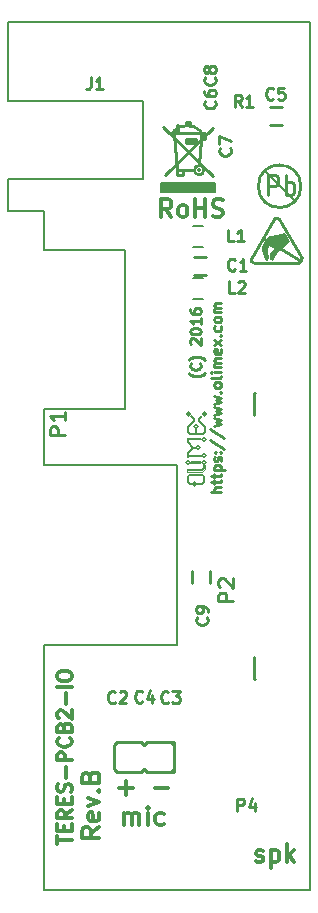
<source format=gbr>
G04 #@! TF.FileFunction,Legend,Top*
%FSLAX46Y46*%
G04 Gerber Fmt 4.6, Leading zero omitted, Abs format (unit mm)*
G04 Created by KiCad (PCBNEW no-vcs-found-undefined) date Tue Nov  8 14:50:56 2016*
%MOMM*%
%LPD*%
G01*
G04 APERTURE LIST*
%ADD10C,0.600000*%
%ADD11C,0.222250*%
%ADD12C,0.300000*%
%ADD13C,0.150000*%
%ADD14C,0.254000*%
%ADD15C,0.127000*%
%ADD16C,0.012700*%
%ADD17C,0.062500*%
%ADD18C,0.010000*%
%ADD19C,0.200000*%
%ADD20C,0.050000*%
%ADD21C,0.250000*%
G04 APERTURE END LIST*
D10*
D11*
X117496166Y-139742333D02*
X116607166Y-139742333D01*
X117496166Y-139361333D02*
X117030500Y-139361333D01*
X116945833Y-139403666D01*
X116903500Y-139488333D01*
X116903500Y-139615333D01*
X116945833Y-139700000D01*
X116988166Y-139742333D01*
X116903500Y-139065000D02*
X116903500Y-138726333D01*
X116607166Y-138938000D02*
X117369166Y-138938000D01*
X117453833Y-138895666D01*
X117496166Y-138811000D01*
X117496166Y-138726333D01*
X116903500Y-138557000D02*
X116903500Y-138218333D01*
X116607166Y-138430000D02*
X117369166Y-138430000D01*
X117453833Y-138387666D01*
X117496166Y-138303000D01*
X117496166Y-138218333D01*
X116903500Y-137922000D02*
X117792500Y-137922000D01*
X116945833Y-137922000D02*
X116903500Y-137837333D01*
X116903500Y-137668000D01*
X116945833Y-137583333D01*
X116988166Y-137541000D01*
X117072833Y-137498666D01*
X117326833Y-137498666D01*
X117411500Y-137541000D01*
X117453833Y-137583333D01*
X117496166Y-137668000D01*
X117496166Y-137837333D01*
X117453833Y-137922000D01*
X117453833Y-137160000D02*
X117496166Y-137075333D01*
X117496166Y-136906000D01*
X117453833Y-136821333D01*
X117369166Y-136779000D01*
X117326833Y-136779000D01*
X117242166Y-136821333D01*
X117199833Y-136906000D01*
X117199833Y-137033000D01*
X117157500Y-137117666D01*
X117072833Y-137160000D01*
X117030500Y-137160000D01*
X116945833Y-137117666D01*
X116903500Y-137033000D01*
X116903500Y-136906000D01*
X116945833Y-136821333D01*
X117411500Y-136398000D02*
X117453833Y-136355666D01*
X117496166Y-136398000D01*
X117453833Y-136440333D01*
X117411500Y-136398000D01*
X117496166Y-136398000D01*
X116945833Y-136398000D02*
X116988166Y-136355666D01*
X117030500Y-136398000D01*
X116988166Y-136440333D01*
X116945833Y-136398000D01*
X117030500Y-136398000D01*
X116564833Y-135339666D02*
X117707833Y-136101666D01*
X116564833Y-134408333D02*
X117707833Y-135170333D01*
X116903500Y-134196666D02*
X117496166Y-134027333D01*
X117072833Y-133858000D01*
X117496166Y-133688666D01*
X116903500Y-133519333D01*
X116903500Y-133265333D02*
X117496166Y-133096000D01*
X117072833Y-132926666D01*
X117496166Y-132757333D01*
X116903500Y-132588000D01*
X116903500Y-132334000D02*
X117496166Y-132164666D01*
X117072833Y-131995333D01*
X117496166Y-131826000D01*
X116903500Y-131656666D01*
X117411500Y-131318000D02*
X117453833Y-131275666D01*
X117496166Y-131318000D01*
X117453833Y-131360333D01*
X117411500Y-131318000D01*
X117496166Y-131318000D01*
X117496166Y-130767666D02*
X117453833Y-130852333D01*
X117411500Y-130894666D01*
X117326833Y-130937000D01*
X117072833Y-130937000D01*
X116988166Y-130894666D01*
X116945833Y-130852333D01*
X116903500Y-130767666D01*
X116903500Y-130640666D01*
X116945833Y-130556000D01*
X116988166Y-130513666D01*
X117072833Y-130471333D01*
X117326833Y-130471333D01*
X117411500Y-130513666D01*
X117453833Y-130556000D01*
X117496166Y-130640666D01*
X117496166Y-130767666D01*
X117496166Y-129963333D02*
X117453833Y-130048000D01*
X117369166Y-130090333D01*
X116607166Y-130090333D01*
X117496166Y-129624666D02*
X116903500Y-129624666D01*
X116607166Y-129624666D02*
X116649500Y-129667000D01*
X116691833Y-129624666D01*
X116649500Y-129582333D01*
X116607166Y-129624666D01*
X116691833Y-129624666D01*
X117496166Y-129201333D02*
X116903500Y-129201333D01*
X116988166Y-129201333D02*
X116945833Y-129159000D01*
X116903500Y-129074333D01*
X116903500Y-128947333D01*
X116945833Y-128862666D01*
X117030500Y-128820333D01*
X117496166Y-128820333D01*
X117030500Y-128820333D02*
X116945833Y-128778000D01*
X116903500Y-128693333D01*
X116903500Y-128566333D01*
X116945833Y-128481666D01*
X117030500Y-128439333D01*
X117496166Y-128439333D01*
X117453833Y-127677333D02*
X117496166Y-127762000D01*
X117496166Y-127931333D01*
X117453833Y-128016000D01*
X117369166Y-128058333D01*
X117030500Y-128058333D01*
X116945833Y-128016000D01*
X116903500Y-127931333D01*
X116903500Y-127762000D01*
X116945833Y-127677333D01*
X117030500Y-127635000D01*
X117115166Y-127635000D01*
X117199833Y-128058333D01*
X117496166Y-127338666D02*
X116903500Y-126873000D01*
X116903500Y-127338666D02*
X117496166Y-126873000D01*
X117411500Y-126534333D02*
X117453833Y-126492000D01*
X117496166Y-126534333D01*
X117453833Y-126576666D01*
X117411500Y-126534333D01*
X117496166Y-126534333D01*
X117453833Y-125730000D02*
X117496166Y-125814666D01*
X117496166Y-125984000D01*
X117453833Y-126068666D01*
X117411500Y-126111000D01*
X117326833Y-126153333D01*
X117072833Y-126153333D01*
X116988166Y-126111000D01*
X116945833Y-126068666D01*
X116903500Y-125984000D01*
X116903500Y-125814666D01*
X116945833Y-125730000D01*
X117496166Y-125222000D02*
X117453833Y-125306666D01*
X117411500Y-125349000D01*
X117326833Y-125391333D01*
X117072833Y-125391333D01*
X116988166Y-125349000D01*
X116945833Y-125306666D01*
X116903500Y-125222000D01*
X116903500Y-125095000D01*
X116945833Y-125010333D01*
X116988166Y-124968000D01*
X117072833Y-124925666D01*
X117326833Y-124925666D01*
X117411500Y-124968000D01*
X117453833Y-125010333D01*
X117496166Y-125095000D01*
X117496166Y-125222000D01*
X117496166Y-124544666D02*
X116903500Y-124544666D01*
X116988166Y-124544666D02*
X116945833Y-124502333D01*
X116903500Y-124417666D01*
X116903500Y-124290666D01*
X116945833Y-124206000D01*
X117030500Y-124163666D01*
X117496166Y-124163666D01*
X117030500Y-124163666D02*
X116945833Y-124121333D01*
X116903500Y-124036666D01*
X116903500Y-123909666D01*
X116945833Y-123825000D01*
X117030500Y-123782666D01*
X117496166Y-123782666D01*
X116120333Y-129730500D02*
X116078000Y-129772833D01*
X115951000Y-129857500D01*
X115866333Y-129899833D01*
X115739333Y-129942166D01*
X115527666Y-129984500D01*
X115358333Y-129984500D01*
X115146666Y-129942166D01*
X115019666Y-129899833D01*
X114935000Y-129857500D01*
X114808000Y-129772833D01*
X114765666Y-129730500D01*
X115697000Y-128883833D02*
X115739333Y-128926166D01*
X115781666Y-129053166D01*
X115781666Y-129137833D01*
X115739333Y-129264833D01*
X115654666Y-129349500D01*
X115570000Y-129391833D01*
X115400666Y-129434166D01*
X115273666Y-129434166D01*
X115104333Y-129391833D01*
X115019666Y-129349500D01*
X114935000Y-129264833D01*
X114892666Y-129137833D01*
X114892666Y-129053166D01*
X114935000Y-128926166D01*
X114977333Y-128883833D01*
X116120333Y-128587500D02*
X116078000Y-128545166D01*
X115951000Y-128460500D01*
X115866333Y-128418166D01*
X115739333Y-128375833D01*
X115527666Y-128333500D01*
X115358333Y-128333500D01*
X115146666Y-128375833D01*
X115019666Y-128418166D01*
X114935000Y-128460500D01*
X114808000Y-128545166D01*
X114765666Y-128587500D01*
X114977333Y-127275166D02*
X114935000Y-127232833D01*
X114892666Y-127148166D01*
X114892666Y-126936500D01*
X114935000Y-126851833D01*
X114977333Y-126809500D01*
X115062000Y-126767166D01*
X115146666Y-126767166D01*
X115273666Y-126809500D01*
X115781666Y-127317500D01*
X115781666Y-126767166D01*
X114892666Y-126216833D02*
X114892666Y-126132166D01*
X114935000Y-126047500D01*
X114977333Y-126005166D01*
X115062000Y-125962833D01*
X115231333Y-125920500D01*
X115443000Y-125920500D01*
X115612333Y-125962833D01*
X115697000Y-126005166D01*
X115739333Y-126047500D01*
X115781666Y-126132166D01*
X115781666Y-126216833D01*
X115739333Y-126301500D01*
X115697000Y-126343833D01*
X115612333Y-126386166D01*
X115443000Y-126428500D01*
X115231333Y-126428500D01*
X115062000Y-126386166D01*
X114977333Y-126343833D01*
X114935000Y-126301500D01*
X114892666Y-126216833D01*
X115781666Y-125073833D02*
X115781666Y-125581833D01*
X115781666Y-125327833D02*
X114892666Y-125327833D01*
X115019666Y-125412500D01*
X115104333Y-125497166D01*
X115146666Y-125581833D01*
X114892666Y-124311833D02*
X114892666Y-124481166D01*
X114935000Y-124565833D01*
X114977333Y-124608166D01*
X115104333Y-124692833D01*
X115273666Y-124735166D01*
X115612333Y-124735166D01*
X115697000Y-124692833D01*
X115739333Y-124650500D01*
X115781666Y-124565833D01*
X115781666Y-124396500D01*
X115739333Y-124311833D01*
X115697000Y-124269500D01*
X115612333Y-124227166D01*
X115400666Y-124227166D01*
X115316000Y-124269500D01*
X115273666Y-124311833D01*
X115231333Y-124396500D01*
X115231333Y-124565833D01*
X115273666Y-124650500D01*
X115316000Y-124692833D01*
X115400666Y-124735166D01*
D12*
X113296914Y-116502571D02*
X112796914Y-115788285D01*
X112439771Y-116502571D02*
X112439771Y-115002571D01*
X113011200Y-115002571D01*
X113154057Y-115074000D01*
X113225485Y-115145428D01*
X113296914Y-115288285D01*
X113296914Y-115502571D01*
X113225485Y-115645428D01*
X113154057Y-115716857D01*
X113011200Y-115788285D01*
X112439771Y-115788285D01*
X114154057Y-116502571D02*
X114011200Y-116431142D01*
X113939771Y-116359714D01*
X113868342Y-116216857D01*
X113868342Y-115788285D01*
X113939771Y-115645428D01*
X114011200Y-115574000D01*
X114154057Y-115502571D01*
X114368342Y-115502571D01*
X114511200Y-115574000D01*
X114582628Y-115645428D01*
X114654057Y-115788285D01*
X114654057Y-116216857D01*
X114582628Y-116359714D01*
X114511200Y-116431142D01*
X114368342Y-116502571D01*
X114154057Y-116502571D01*
X115296914Y-116502571D02*
X115296914Y-115002571D01*
X115296914Y-115716857D02*
X116154057Y-115716857D01*
X116154057Y-116502571D02*
X116154057Y-115002571D01*
X116796914Y-116431142D02*
X117011200Y-116502571D01*
X117368342Y-116502571D01*
X117511200Y-116431142D01*
X117582628Y-116359714D01*
X117654057Y-116216857D01*
X117654057Y-116074000D01*
X117582628Y-115931142D01*
X117511200Y-115859714D01*
X117368342Y-115788285D01*
X117082628Y-115716857D01*
X116939771Y-115645428D01*
X116868342Y-115574000D01*
X116796914Y-115431142D01*
X116796914Y-115288285D01*
X116868342Y-115145428D01*
X116939771Y-115074000D01*
X117082628Y-115002571D01*
X117439771Y-115002571D01*
X117654057Y-115074000D01*
X107206171Y-168176342D02*
X106491885Y-168676342D01*
X107206171Y-169033485D02*
X105706171Y-169033485D01*
X105706171Y-168462057D01*
X105777600Y-168319200D01*
X105849028Y-168247771D01*
X105991885Y-168176342D01*
X106206171Y-168176342D01*
X106349028Y-168247771D01*
X106420457Y-168319200D01*
X106491885Y-168462057D01*
X106491885Y-169033485D01*
X107134742Y-166962057D02*
X107206171Y-167104914D01*
X107206171Y-167390628D01*
X107134742Y-167533485D01*
X106991885Y-167604914D01*
X106420457Y-167604914D01*
X106277600Y-167533485D01*
X106206171Y-167390628D01*
X106206171Y-167104914D01*
X106277600Y-166962057D01*
X106420457Y-166890628D01*
X106563314Y-166890628D01*
X106706171Y-167604914D01*
X106206171Y-166390628D02*
X107206171Y-166033485D01*
X106206171Y-165676342D01*
X107063314Y-165104914D02*
X107134742Y-165033485D01*
X107206171Y-165104914D01*
X107134742Y-165176342D01*
X107063314Y-165104914D01*
X107206171Y-165104914D01*
X106420457Y-163890628D02*
X106491885Y-163676342D01*
X106563314Y-163604914D01*
X106706171Y-163533485D01*
X106920457Y-163533485D01*
X107063314Y-163604914D01*
X107134742Y-163676342D01*
X107206171Y-163819200D01*
X107206171Y-164390628D01*
X105706171Y-164390628D01*
X105706171Y-163890628D01*
X105777600Y-163747771D01*
X105849028Y-163676342D01*
X105991885Y-163604914D01*
X106134742Y-163604914D01*
X106277600Y-163676342D01*
X106349028Y-163747771D01*
X106420457Y-163890628D01*
X106420457Y-164390628D01*
X103642857Y-169571428D02*
X103642857Y-168885714D01*
X104842857Y-169228571D02*
X103642857Y-169228571D01*
X104214285Y-168485714D02*
X104214285Y-168085714D01*
X104842857Y-167914285D02*
X104842857Y-168485714D01*
X103642857Y-168485714D01*
X103642857Y-167914285D01*
X104842857Y-166714285D02*
X104271428Y-167114285D01*
X104842857Y-167400000D02*
X103642857Y-167400000D01*
X103642857Y-166942857D01*
X103700000Y-166828571D01*
X103757142Y-166771428D01*
X103871428Y-166714285D01*
X104042857Y-166714285D01*
X104157142Y-166771428D01*
X104214285Y-166828571D01*
X104271428Y-166942857D01*
X104271428Y-167400000D01*
X104214285Y-166200000D02*
X104214285Y-165800000D01*
X104842857Y-165628571D02*
X104842857Y-166200000D01*
X103642857Y-166200000D01*
X103642857Y-165628571D01*
X104785714Y-165171428D02*
X104842857Y-165000000D01*
X104842857Y-164714285D01*
X104785714Y-164600000D01*
X104728571Y-164542857D01*
X104614285Y-164485714D01*
X104500000Y-164485714D01*
X104385714Y-164542857D01*
X104328571Y-164600000D01*
X104271428Y-164714285D01*
X104214285Y-164942857D01*
X104157142Y-165057142D01*
X104100000Y-165114285D01*
X103985714Y-165171428D01*
X103871428Y-165171428D01*
X103757142Y-165114285D01*
X103700000Y-165057142D01*
X103642857Y-164942857D01*
X103642857Y-164657142D01*
X103700000Y-164485714D01*
X104385714Y-163971428D02*
X104385714Y-163057142D01*
X104842857Y-162485714D02*
X103642857Y-162485714D01*
X103642857Y-162028571D01*
X103700000Y-161914285D01*
X103757142Y-161857142D01*
X103871428Y-161800000D01*
X104042857Y-161800000D01*
X104157142Y-161857142D01*
X104214285Y-161914285D01*
X104271428Y-162028571D01*
X104271428Y-162485714D01*
X104728571Y-160600000D02*
X104785714Y-160657142D01*
X104842857Y-160828571D01*
X104842857Y-160942857D01*
X104785714Y-161114285D01*
X104671428Y-161228571D01*
X104557142Y-161285714D01*
X104328571Y-161342857D01*
X104157142Y-161342857D01*
X103928571Y-161285714D01*
X103814285Y-161228571D01*
X103700000Y-161114285D01*
X103642857Y-160942857D01*
X103642857Y-160828571D01*
X103700000Y-160657142D01*
X103757142Y-160600000D01*
X104214285Y-159685714D02*
X104271428Y-159514285D01*
X104328571Y-159457142D01*
X104442857Y-159400000D01*
X104614285Y-159400000D01*
X104728571Y-159457142D01*
X104785714Y-159514285D01*
X104842857Y-159628571D01*
X104842857Y-160085714D01*
X103642857Y-160085714D01*
X103642857Y-159685714D01*
X103700000Y-159571428D01*
X103757142Y-159514285D01*
X103871428Y-159457142D01*
X103985714Y-159457142D01*
X104100000Y-159514285D01*
X104157142Y-159571428D01*
X104214285Y-159685714D01*
X104214285Y-160085714D01*
X103757142Y-158942857D02*
X103700000Y-158885714D01*
X103642857Y-158771428D01*
X103642857Y-158485714D01*
X103700000Y-158371428D01*
X103757142Y-158314285D01*
X103871428Y-158257142D01*
X103985714Y-158257142D01*
X104157142Y-158314285D01*
X104842857Y-159000000D01*
X104842857Y-158257142D01*
X104385714Y-157742857D02*
X104385714Y-156828571D01*
X104842857Y-156257142D02*
X103642857Y-156257142D01*
X103642857Y-155457142D02*
X103642857Y-155228571D01*
X103700000Y-155114285D01*
X103814285Y-155000000D01*
X104042857Y-154942857D01*
X104442857Y-154942857D01*
X104671428Y-155000000D01*
X104785714Y-155114285D01*
X104842857Y-155228571D01*
X104842857Y-155457142D01*
X104785714Y-155571428D01*
X104671428Y-155685714D01*
X104442857Y-155742857D01*
X104042857Y-155742857D01*
X103814285Y-155685714D01*
X103700000Y-155571428D01*
X103642857Y-155457142D01*
X120439857Y-171041142D02*
X120582714Y-171112571D01*
X120868428Y-171112571D01*
X121011285Y-171041142D01*
X121082714Y-170898285D01*
X121082714Y-170826857D01*
X121011285Y-170684000D01*
X120868428Y-170612571D01*
X120654142Y-170612571D01*
X120511285Y-170541142D01*
X120439857Y-170398285D01*
X120439857Y-170326857D01*
X120511285Y-170184000D01*
X120654142Y-170112571D01*
X120868428Y-170112571D01*
X121011285Y-170184000D01*
X121725571Y-170112571D02*
X121725571Y-171612571D01*
X121725571Y-170184000D02*
X121868428Y-170112571D01*
X122154142Y-170112571D01*
X122297000Y-170184000D01*
X122368428Y-170255428D01*
X122439857Y-170398285D01*
X122439857Y-170826857D01*
X122368428Y-170969714D01*
X122297000Y-171041142D01*
X122154142Y-171112571D01*
X121868428Y-171112571D01*
X121725571Y-171041142D01*
X123082714Y-171112571D02*
X123082714Y-169612571D01*
X123225571Y-170541142D02*
X123654142Y-171112571D01*
X123654142Y-170112571D02*
X123082714Y-170684000D01*
X108875771Y-164821142D02*
X110018628Y-164821142D01*
X109447200Y-165392571D02*
X109447200Y-164249714D01*
X111875771Y-164821142D02*
X113018628Y-164821142D01*
X109304342Y-167942571D02*
X109304342Y-166942571D01*
X109304342Y-167085428D02*
X109375771Y-167014000D01*
X109518628Y-166942571D01*
X109732914Y-166942571D01*
X109875771Y-167014000D01*
X109947200Y-167156857D01*
X109947200Y-167942571D01*
X109947200Y-167156857D02*
X110018628Y-167014000D01*
X110161485Y-166942571D01*
X110375771Y-166942571D01*
X110518628Y-167014000D01*
X110590057Y-167156857D01*
X110590057Y-167942571D01*
X111304342Y-167942571D02*
X111304342Y-166942571D01*
X111304342Y-166442571D02*
X111232914Y-166514000D01*
X111304342Y-166585428D01*
X111375771Y-166514000D01*
X111304342Y-166442571D01*
X111304342Y-166585428D01*
X112661485Y-167871142D02*
X112518628Y-167942571D01*
X112232914Y-167942571D01*
X112090057Y-167871142D01*
X112018628Y-167799714D01*
X111947200Y-167656857D01*
X111947200Y-167228285D01*
X112018628Y-167085428D01*
X112090057Y-167014000D01*
X112232914Y-166942571D01*
X112518628Y-166942571D01*
X112661485Y-167014000D01*
D13*
X102500000Y-152750000D02*
X102500000Y-173500000D01*
X102500000Y-137500000D02*
X102500000Y-132715000D01*
X113800000Y-137500000D02*
X113800000Y-152750000D01*
X102500000Y-137500000D02*
X113800000Y-137500000D01*
X102500000Y-152750000D02*
X113800000Y-152750000D01*
X102500000Y-116000000D02*
X102500000Y-119253000D01*
X109347000Y-132715000D02*
X102500000Y-132715000D01*
X109347000Y-119253000D02*
X109347000Y-132715000D01*
X102500000Y-119253000D02*
X109347000Y-119253000D01*
X99500000Y-113284000D02*
X99500000Y-116000000D01*
X110900000Y-113284000D02*
X99500000Y-113284000D01*
X110900000Y-106680000D02*
X110900000Y-113284000D01*
X99500000Y-106680000D02*
X110900000Y-106680000D01*
X102500000Y-173500000D02*
X125000000Y-173500000D01*
X125000000Y-100000000D02*
X125000000Y-173500000D01*
X99500000Y-100000000D02*
X125000000Y-100000000D01*
X99500000Y-116000000D02*
X102500000Y-116000000D01*
X99500000Y-100000000D02*
X99500000Y-106680000D01*
D14*
X120300000Y-155600000D02*
X120300000Y-153750000D01*
X120300000Y-133250000D02*
X120300000Y-131400000D01*
X120300000Y-131400000D02*
X120340000Y-131400000D01*
X120340000Y-155600000D02*
X120300000Y-155600000D01*
X116255800Y-119837200D02*
X115239800Y-119837200D01*
X116255800Y-121361200D02*
X115239800Y-121361200D01*
X116562000Y-147508000D02*
X116562000Y-146492000D01*
X115038000Y-147508000D02*
X115038000Y-146492000D01*
D15*
X115112800Y-119024400D02*
X115951000Y-119024400D01*
X115112800Y-117246400D02*
X115951000Y-117246400D01*
X115163600Y-123393200D02*
X116001800Y-123393200D01*
X115163600Y-121615200D02*
X116001800Y-121615200D01*
D14*
X113538001Y-163499800D02*
X113284001Y-163499800D01*
X113284001Y-163499800D02*
X111252001Y-163499800D01*
X111252001Y-163499800D02*
X110998001Y-163245800D01*
X110998001Y-163245800D02*
X110744001Y-163499800D01*
X110744001Y-163499800D02*
X108712001Y-163499800D01*
X108712001Y-163499800D02*
X108458001Y-163245800D01*
X108458001Y-163245800D02*
X108458001Y-161213800D01*
X113538001Y-163245800D02*
X113284001Y-163499800D01*
X113284001Y-160959800D02*
X113538001Y-161213800D01*
X113030001Y-160959800D02*
X113538001Y-160959800D01*
X108712001Y-160959800D02*
X110744001Y-160959800D01*
X110744001Y-160959800D02*
X110998001Y-161213800D01*
X110998001Y-161213800D02*
X111252001Y-160959800D01*
X111252001Y-160959800D02*
X113030001Y-160959800D01*
X108712001Y-160959800D02*
X108458001Y-161213800D01*
X113538001Y-163499800D02*
X113538001Y-160959800D01*
X122631200Y-107137200D02*
X121615200Y-107137200D01*
X122631200Y-108661200D02*
X121615200Y-108661200D01*
D16*
X114604800Y-135242300D02*
X114620040Y-135242300D01*
X114607340Y-135257540D02*
X114607340Y-135237220D01*
X114602260Y-135234680D02*
X114632740Y-135234680D01*
X114597180Y-135270240D02*
X114597180Y-135232140D01*
X114587020Y-135310880D02*
X114587020Y-135224520D01*
X114587020Y-135224520D02*
X114683540Y-135224520D01*
X114612420Y-136771380D02*
X114612420Y-136756140D01*
X114592100Y-136773920D02*
X114632740Y-136773920D01*
X114599720Y-136730740D02*
X114599720Y-136776460D01*
X114683540Y-136784080D02*
X114587020Y-136784080D01*
X114587020Y-136784080D02*
X114587020Y-136456420D01*
X115681760Y-137355580D02*
X115681760Y-137170160D01*
X115694460Y-137355580D02*
X115694460Y-137172700D01*
X115707160Y-137355580D02*
X115707160Y-137172700D01*
X115719860Y-137353040D02*
X115719860Y-137170160D01*
X115732560Y-137358120D02*
X114909600Y-137358120D01*
X115636040Y-137167620D02*
X115732560Y-137167620D01*
X115732560Y-137167620D02*
X115732560Y-137358120D01*
X114607340Y-137855960D02*
X114686080Y-137855960D01*
X114607340Y-138041380D02*
X114681000Y-138041380D01*
D17*
X114637820Y-137924540D02*
X114637820Y-137876280D01*
X114635280Y-138021060D02*
X114635280Y-137972800D01*
D18*
X114604800Y-137947400D02*
X114604800Y-137845800D01*
X114604800Y-137845800D02*
X115862100Y-137845800D01*
X116154200Y-137795000D02*
X116141500Y-137807700D01*
X116154200Y-137807700D02*
X116154200Y-137490200D01*
X115938300Y-138036300D02*
X115912900Y-138049000D01*
X115900200Y-138049000D02*
X115912900Y-138049000D01*
X115912900Y-138049000D02*
X115925600Y-138049000D01*
X115925600Y-138049000D02*
X116154200Y-137807700D01*
X114604800Y-137947400D02*
X114604800Y-138049000D01*
X114604800Y-138049000D02*
X115900200Y-138049000D01*
D19*
X116065300Y-138442700D02*
X116065300Y-138938000D01*
X116065300Y-138938000D02*
X115925600Y-139090400D01*
X115023900Y-139090400D02*
X114858800Y-139090400D01*
X114858800Y-139090400D02*
X114706400Y-138938000D01*
X114706400Y-138938000D02*
X114706400Y-138455400D01*
D13*
X115552239Y-134213600D02*
G75*
G03X115552239Y-134213600I-172739J0D01*
G01*
D19*
X115379500Y-134416800D02*
X115379500Y-134848600D01*
D13*
X114942639Y-133172200D02*
G75*
G03X114942639Y-133172200I-172739J0D01*
G01*
D19*
X115201700Y-133578600D02*
X114947700Y-133324600D01*
X115201700Y-133781800D02*
X115201700Y-133578600D01*
X114706400Y-134277100D02*
X115201700Y-133781800D01*
X114706400Y-134670800D02*
X114706400Y-134277100D01*
X115392200Y-134848600D02*
X114884200Y-134848600D01*
X114884200Y-134848600D02*
X114706400Y-134670800D01*
X115951000Y-134848600D02*
X115379500Y-134848600D01*
X116128800Y-134683500D02*
X115951000Y-134848600D01*
X116128800Y-134289800D02*
X116128800Y-134683500D01*
X115620800Y-133781800D02*
X116128800Y-134289800D01*
X115620800Y-133591300D02*
X115620800Y-133781800D01*
X115912900Y-133299200D02*
X115620800Y-133591300D01*
D13*
X116250739Y-133184900D02*
G75*
G03X116250739Y-133184900I-172739J0D01*
G01*
X116238039Y-135318500D02*
G75*
G03X116238039Y-135318500I-172739J0D01*
G01*
D19*
X114681000Y-135318500D02*
X115811300Y-135318500D01*
X114681000Y-135534400D02*
X114681000Y-135318500D01*
D13*
X115730039Y-136017000D02*
G75*
G03X115730039Y-136017000I-172739J0D01*
G01*
D19*
X115150900Y-136017000D02*
X114681000Y-135534400D01*
X115125500Y-136017000D02*
X115328700Y-136017000D01*
X114681000Y-136461500D02*
X115125500Y-136017000D01*
X114681000Y-136690100D02*
X114681000Y-136461500D01*
X115849400Y-136690100D02*
X114681000Y-136690100D01*
D13*
X116238039Y-136690100D02*
G75*
G03X116238039Y-136690100I-172739J0D01*
G01*
X114866439Y-137261600D02*
G75*
G03X114866439Y-137261600I-172739J0D01*
G01*
D19*
X114922300Y-137261600D02*
X115633500Y-137261600D01*
D13*
X116238039Y-137261600D02*
G75*
G03X116238039Y-137261600I-172739J0D01*
G01*
D19*
X116052600Y-137769600D02*
X116052600Y-137490200D01*
X115887500Y-137947400D02*
X116052600Y-137769600D01*
X114706400Y-137947400D02*
X115887500Y-137947400D01*
X115455700Y-139090400D02*
X115900200Y-139090400D01*
X116065300Y-138442700D02*
X115925600Y-138303000D01*
X114896900Y-138303000D02*
X115900200Y-138303000D01*
X114708200Y-138455400D02*
X114858800Y-138303000D01*
D13*
X115399839Y-139090400D02*
G75*
G03X115399839Y-139090400I-172739J0D01*
G01*
D14*
X121292620Y-118544340D02*
X122397520Y-119209820D01*
X121079260Y-118262400D02*
X124292360Y-120202960D01*
X121754900Y-119961660D02*
X121953020Y-119570500D01*
X121953020Y-119570500D02*
X122260360Y-119245380D01*
X122204480Y-119143780D02*
X121848880Y-119468900D01*
X121848880Y-119468900D02*
X121775220Y-119712740D01*
X121775220Y-119712740D02*
X121754900Y-119961660D01*
X121229120Y-119484140D02*
X121320560Y-119809260D01*
X121246900Y-119075200D02*
X121229120Y-119476520D01*
X121051320Y-119118380D02*
X121323100Y-119951500D01*
X121434860Y-118714520D02*
X121147840Y-119153940D01*
X121279920Y-118663720D02*
X121079260Y-119039640D01*
X122971560Y-118579900D02*
X122793760Y-118800880D01*
X122796300Y-117957600D02*
X122976640Y-118254780D01*
X121610120Y-118219220D02*
X122588020Y-118074440D01*
X122712480Y-118008400D02*
X122938540Y-118198900D01*
X122557540Y-118074440D02*
X123093480Y-118460520D01*
X122293380Y-118117620D02*
X122991880Y-118577360D01*
X121991120Y-118153180D02*
X122880120Y-118727220D01*
X121719340Y-118221760D02*
X122742960Y-118859300D01*
X121513600Y-118287800D02*
X122656600Y-118953280D01*
D20*
X123012200Y-118770400D02*
X122897900Y-118884700D01*
X122900440Y-118882160D02*
X122689620Y-119080280D01*
X123106180Y-118630700D02*
X123007120Y-118772940D01*
X123240800Y-118506240D02*
X123108720Y-118628160D01*
X122836940Y-117807740D02*
X123240800Y-118506240D01*
X122659140Y-117916960D02*
X122831860Y-117807740D01*
X122544840Y-117965220D02*
X122659140Y-117916960D01*
X122270520Y-118010940D02*
X122542300Y-117962680D01*
X121607580Y-118099840D02*
X122270520Y-118010940D01*
X121536460Y-118120160D02*
X121607580Y-118099840D01*
X121503440Y-118143020D02*
X121536460Y-118120160D01*
X121457720Y-118191280D02*
X121500900Y-118145560D01*
X121363740Y-118310660D02*
X121457720Y-118191280D01*
X121033540Y-118833900D02*
X121165620Y-118630700D01*
X120964960Y-118970200D02*
X121033540Y-118830200D01*
X120949720Y-119065040D02*
X120964960Y-118973600D01*
X120949720Y-119181880D02*
X120949720Y-119067580D01*
X120962420Y-119245380D02*
X120949720Y-119184420D01*
X121251980Y-120058180D02*
X120964960Y-119242840D01*
X121279920Y-120088660D02*
X121251980Y-120058180D01*
X121325640Y-120106440D02*
X121285000Y-120091200D01*
X121366280Y-120096280D02*
X121325640Y-120106440D01*
X121406920Y-120063260D02*
X121366280Y-120096280D01*
X121437400Y-119994680D02*
X121406920Y-120063260D01*
X121452640Y-119880380D02*
X121437400Y-119994680D01*
X121445020Y-119768620D02*
X121452640Y-119880380D01*
X121422160Y-119644160D02*
X121445020Y-119768620D01*
X121391680Y-119560340D02*
X121422160Y-119644160D01*
X121361200Y-119501920D02*
X121391680Y-119560340D01*
X121373900Y-119214900D02*
X121361200Y-119501920D01*
X121358660Y-119146320D02*
X121373900Y-119214900D01*
X121363740Y-119087900D02*
X121361200Y-119146320D01*
X121447560Y-118963440D02*
X121363740Y-119087900D01*
X121526300Y-118823740D02*
X121447560Y-118963440D01*
X122021600Y-119128540D02*
X121526300Y-118823740D01*
X121777760Y-119349520D02*
X122024140Y-119126000D01*
X121724420Y-119428260D02*
X121777760Y-119349520D01*
X121681240Y-119517160D02*
X121724420Y-119428260D01*
X121648220Y-119644160D02*
X121681240Y-119522240D01*
X121632980Y-119778780D02*
X121648220Y-119644160D01*
X121635520Y-119905780D02*
X121632980Y-119778780D01*
X121645680Y-119979440D02*
X121635420Y-119905780D01*
X121663460Y-120027700D02*
X121645680Y-119979440D01*
X121681240Y-120050560D02*
X121663460Y-120028950D01*
X121719340Y-120075960D02*
X121686320Y-120055640D01*
X121800620Y-120088660D02*
X121721880Y-120075960D01*
X122123200Y-119555260D02*
X122047000Y-119672100D01*
X122047000Y-119672100D02*
X121800620Y-120088660D01*
X122207020Y-119461280D02*
X122123200Y-119555260D01*
X122262900Y-119413020D02*
X122207020Y-119461280D01*
X122384820Y-119324120D02*
X122262900Y-119413020D01*
D14*
X124099320Y-120355360D02*
G75*
G03X124322840Y-120060720I-35560J259080D01*
G01*
X120027700Y-120111520D02*
G75*
G03X120248680Y-120352820I231140J-10160D01*
G01*
X122344180Y-116596160D02*
G75*
G03X122054620Y-116596160I-144780J-144780D01*
G01*
X120030240Y-120075960D02*
X122008900Y-116652040D01*
X120327420Y-120357900D02*
X124091700Y-120355360D01*
X122384820Y-116646960D02*
X124312680Y-119992140D01*
D19*
X121292620Y-112720120D02*
X123725940Y-115140740D01*
D14*
X124255637Y-113883440D02*
G75*
G03X124255637Y-113883440I-1802237J0D01*
G01*
D15*
X115773200Y-112522000D02*
G75*
G03X115773200Y-112522000I-127000J0D01*
G01*
D14*
X115773200Y-109220000D02*
G75*
G03X113487200Y-109220000I-1143000J-1143000D01*
G01*
X114503200Y-108458000D02*
X114503200Y-108585000D01*
X114503200Y-108585000D02*
X114884200Y-108585000D01*
X114884200Y-108585000D02*
X114884200Y-108458000D01*
X114884200Y-108458000D02*
X114503200Y-108458000D01*
X114630200Y-109982000D02*
X115265200Y-109982000D01*
X114503200Y-109855000D02*
X115392200Y-109855000D01*
X115392200Y-109855000D02*
X115392200Y-110236000D01*
X115392200Y-110236000D02*
X114503200Y-110236000D01*
X114503200Y-110236000D02*
X114503200Y-109855000D01*
X115900200Y-109855000D02*
X115900200Y-109474000D01*
X115900200Y-109474000D02*
X116027200Y-109474000D01*
X116027200Y-109474000D02*
X116027200Y-109855000D01*
X115900200Y-109474000D02*
X115900200Y-109601000D01*
X115900200Y-109347000D02*
X116027200Y-109728000D01*
X115900200Y-109474000D02*
X115900200Y-109601000D01*
X115773200Y-109347000D02*
X115773200Y-109855000D01*
X115773200Y-109855000D02*
X116154200Y-109855000D01*
X116154200Y-109855000D02*
X116154200Y-109347000D01*
X113741200Y-109220000D02*
X113741200Y-108712000D01*
X113741200Y-108712000D02*
X113868200Y-108712000D01*
X113868200Y-108712000D02*
X113868200Y-109220000D01*
X116047809Y-112522000D02*
G75*
G03X116047809Y-112522000I-401609J0D01*
G01*
X115646200Y-112014000D02*
X115773200Y-109982000D01*
X113741200Y-112522000D02*
X113741200Y-112903000D01*
X113741200Y-112903000D02*
X114249200Y-112903000D01*
X114249200Y-112903000D02*
X114249200Y-112649000D01*
X113233200Y-109347000D02*
X116154200Y-109347000D01*
X113741200Y-112522000D02*
X113487200Y-109474000D01*
X113741200Y-112522000D02*
X115138200Y-112522000D01*
X112725200Y-112903000D02*
X116789200Y-108966000D01*
X112598200Y-108839000D02*
X116789200Y-113030000D01*
D13*
X112443000Y-114275400D02*
X116862600Y-114275400D01*
X116862600Y-114173800D02*
X112493800Y-114173800D01*
X112443000Y-113970600D02*
X116913400Y-113970600D01*
X112443000Y-113818200D02*
X116862600Y-113818200D01*
X116913400Y-114072200D02*
X112493800Y-114072200D01*
X116913400Y-113919800D02*
X112493800Y-113919800D01*
X112443000Y-113767400D02*
X116913400Y-113767400D01*
X116913400Y-113665800D02*
X112493800Y-113665800D01*
X116964200Y-114377000D02*
X112392200Y-114377000D01*
X112392200Y-114377000D02*
X112392200Y-113615000D01*
X112392200Y-113615000D02*
X116964200Y-113615000D01*
X116964200Y-113615000D02*
X116964200Y-114377000D01*
D14*
X118541523Y-149019380D02*
X117271523Y-149019380D01*
X117271523Y-148535571D01*
X117332000Y-148414619D01*
X117392476Y-148354142D01*
X117513428Y-148293666D01*
X117694857Y-148293666D01*
X117815809Y-148354142D01*
X117876285Y-148414619D01*
X117936761Y-148535571D01*
X117936761Y-149019380D01*
X117392476Y-147809857D02*
X117332000Y-147749380D01*
X117271523Y-147628428D01*
X117271523Y-147326047D01*
X117332000Y-147205095D01*
X117392476Y-147144619D01*
X117513428Y-147084142D01*
X117634380Y-147084142D01*
X117815809Y-147144619D01*
X118541523Y-147870333D01*
X118541523Y-147084142D01*
X118884095Y-166753419D02*
X118884095Y-165737419D01*
X119271142Y-165737419D01*
X119367904Y-165785800D01*
X119416285Y-165834180D01*
X119464666Y-165930942D01*
X119464666Y-166076085D01*
X119416285Y-166172847D01*
X119367904Y-166221228D01*
X119271142Y-166269609D01*
X118884095Y-166269609D01*
X120335523Y-166076085D02*
X120335523Y-166753419D01*
X120093619Y-165689038D02*
X119851714Y-166414752D01*
X120480666Y-166414752D01*
D13*
D21*
X118679933Y-120930942D02*
X118632314Y-120978561D01*
X118489457Y-121026180D01*
X118394219Y-121026180D01*
X118251361Y-120978561D01*
X118156123Y-120883323D01*
X118108504Y-120788085D01*
X118060885Y-120597609D01*
X118060885Y-120454752D01*
X118108504Y-120264276D01*
X118156123Y-120169038D01*
X118251361Y-120073800D01*
X118394219Y-120026180D01*
X118489457Y-120026180D01*
X118632314Y-120073800D01*
X118679933Y-120121419D01*
X119632314Y-121026180D02*
X119060885Y-121026180D01*
X119346600Y-121026180D02*
X119346600Y-120026180D01*
X119251361Y-120169038D01*
X119156123Y-120264276D01*
X119060885Y-120311895D01*
X108533333Y-157557142D02*
X108485714Y-157604761D01*
X108342857Y-157652380D01*
X108247619Y-157652380D01*
X108104761Y-157604761D01*
X108009523Y-157509523D01*
X107961904Y-157414285D01*
X107914285Y-157223809D01*
X107914285Y-157080952D01*
X107961904Y-156890476D01*
X108009523Y-156795238D01*
X108104761Y-156700000D01*
X108247619Y-156652380D01*
X108342857Y-156652380D01*
X108485714Y-156700000D01*
X108533333Y-156747619D01*
X108914285Y-156747619D02*
X108961904Y-156700000D01*
X109057142Y-156652380D01*
X109295238Y-156652380D01*
X109390476Y-156700000D01*
X109438095Y-156747619D01*
X109485714Y-156842857D01*
X109485714Y-156938095D01*
X109438095Y-157080952D01*
X108866666Y-157652380D01*
X109485714Y-157652380D01*
X113033333Y-157557142D02*
X112985714Y-157604761D01*
X112842857Y-157652380D01*
X112747619Y-157652380D01*
X112604761Y-157604761D01*
X112509523Y-157509523D01*
X112461904Y-157414285D01*
X112414285Y-157223809D01*
X112414285Y-157080952D01*
X112461904Y-156890476D01*
X112509523Y-156795238D01*
X112604761Y-156700000D01*
X112747619Y-156652380D01*
X112842857Y-156652380D01*
X112985714Y-156700000D01*
X113033333Y-156747619D01*
X113366666Y-156652380D02*
X113985714Y-156652380D01*
X113652380Y-157033333D01*
X113795238Y-157033333D01*
X113890476Y-157080952D01*
X113938095Y-157128571D01*
X113985714Y-157223809D01*
X113985714Y-157461904D01*
X113938095Y-157557142D01*
X113890476Y-157604761D01*
X113795238Y-157652380D01*
X113509523Y-157652380D01*
X113414285Y-157604761D01*
X113366666Y-157557142D01*
X110831333Y-157506942D02*
X110783714Y-157554561D01*
X110640857Y-157602180D01*
X110545619Y-157602180D01*
X110402761Y-157554561D01*
X110307523Y-157459323D01*
X110259904Y-157364085D01*
X110212285Y-157173609D01*
X110212285Y-157030752D01*
X110259904Y-156840276D01*
X110307523Y-156745038D01*
X110402761Y-156649800D01*
X110545619Y-156602180D01*
X110640857Y-156602180D01*
X110783714Y-156649800D01*
X110831333Y-156697419D01*
X111688476Y-156935514D02*
X111688476Y-157602180D01*
X111450380Y-156554561D02*
X111212285Y-157268847D01*
X111831333Y-157268847D01*
X116284142Y-150392466D02*
X116331761Y-150440085D01*
X116379380Y-150582942D01*
X116379380Y-150678180D01*
X116331761Y-150821038D01*
X116236523Y-150916276D01*
X116141285Y-150963895D01*
X115950809Y-151011514D01*
X115807952Y-151011514D01*
X115617476Y-150963895D01*
X115522238Y-150916276D01*
X115427000Y-150821038D01*
X115379380Y-150678180D01*
X115379380Y-150582942D01*
X115427000Y-150440085D01*
X115474619Y-150392466D01*
X116379380Y-149916276D02*
X116379380Y-149725800D01*
X116331761Y-149630561D01*
X116284142Y-149582942D01*
X116141285Y-149487704D01*
X115950809Y-149440085D01*
X115569857Y-149440085D01*
X115474619Y-149487704D01*
X115427000Y-149535323D01*
X115379380Y-149630561D01*
X115379380Y-149821038D01*
X115427000Y-149916276D01*
X115474619Y-149963895D01*
X115569857Y-150011514D01*
X115807952Y-150011514D01*
X115903190Y-149963895D01*
X115950809Y-149916276D01*
X115998428Y-149821038D01*
X115998428Y-149630561D01*
X115950809Y-149535323D01*
X115903190Y-149487704D01*
X115807952Y-149440085D01*
X118578333Y-118562380D02*
X118102142Y-118562380D01*
X118102142Y-117562380D01*
X119435476Y-118562380D02*
X118864047Y-118562380D01*
X119149761Y-118562380D02*
X119149761Y-117562380D01*
X119054523Y-117705238D01*
X118959285Y-117800476D01*
X118864047Y-117848095D01*
X118654533Y-122931180D02*
X118178342Y-122931180D01*
X118178342Y-121931180D01*
X118940247Y-122026419D02*
X118987866Y-121978800D01*
X119083104Y-121931180D01*
X119321200Y-121931180D01*
X119416438Y-121978800D01*
X119464057Y-122026419D01*
X119511676Y-122121657D01*
X119511676Y-122216895D01*
X119464057Y-122359752D01*
X118892628Y-122931180D01*
X119511676Y-122931180D01*
X121933333Y-106457142D02*
X121885714Y-106504761D01*
X121742857Y-106552380D01*
X121647619Y-106552380D01*
X121504761Y-106504761D01*
X121409523Y-106409523D01*
X121361904Y-106314285D01*
X121314285Y-106123809D01*
X121314285Y-105980952D01*
X121361904Y-105790476D01*
X121409523Y-105695238D01*
X121504761Y-105600000D01*
X121647619Y-105552380D01*
X121742857Y-105552380D01*
X121885714Y-105600000D01*
X121933333Y-105647619D01*
X122838095Y-105552380D02*
X122361904Y-105552380D01*
X122314285Y-106028571D01*
X122361904Y-105980952D01*
X122457142Y-105933333D01*
X122695238Y-105933333D01*
X122790476Y-105980952D01*
X122838095Y-106028571D01*
X122885714Y-106123809D01*
X122885714Y-106361904D01*
X122838095Y-106457142D01*
X122790476Y-106504761D01*
X122695238Y-106552380D01*
X122457142Y-106552380D01*
X122361904Y-106504761D01*
X122314285Y-106457142D01*
X116957142Y-106666666D02*
X117004761Y-106714285D01*
X117052380Y-106857142D01*
X117052380Y-106952380D01*
X117004761Y-107095238D01*
X116909523Y-107190476D01*
X116814285Y-107238095D01*
X116623809Y-107285714D01*
X116480952Y-107285714D01*
X116290476Y-107238095D01*
X116195238Y-107190476D01*
X116100000Y-107095238D01*
X116052380Y-106952380D01*
X116052380Y-106857142D01*
X116100000Y-106714285D01*
X116147619Y-106666666D01*
X116052380Y-105809523D02*
X116052380Y-106000000D01*
X116100000Y-106095238D01*
X116147619Y-106142857D01*
X116290476Y-106238095D01*
X116480952Y-106285714D01*
X116861904Y-106285714D01*
X116957142Y-106238095D01*
X117004761Y-106190476D01*
X117052380Y-106095238D01*
X117052380Y-105904761D01*
X117004761Y-105809523D01*
X116957142Y-105761904D01*
X116861904Y-105714285D01*
X116623809Y-105714285D01*
X116528571Y-105761904D01*
X116480952Y-105809523D01*
X116433333Y-105904761D01*
X116433333Y-106095238D01*
X116480952Y-106190476D01*
X116528571Y-106238095D01*
X116623809Y-106285714D01*
X118257142Y-110666666D02*
X118304761Y-110714285D01*
X118352380Y-110857142D01*
X118352380Y-110952380D01*
X118304761Y-111095238D01*
X118209523Y-111190476D01*
X118114285Y-111238095D01*
X117923809Y-111285714D01*
X117780952Y-111285714D01*
X117590476Y-111238095D01*
X117495238Y-111190476D01*
X117400000Y-111095238D01*
X117352380Y-110952380D01*
X117352380Y-110857142D01*
X117400000Y-110714285D01*
X117447619Y-110666666D01*
X117352380Y-110333333D02*
X117352380Y-109666666D01*
X118352380Y-110095238D01*
X116957142Y-104666666D02*
X117004761Y-104714285D01*
X117052380Y-104857142D01*
X117052380Y-104952380D01*
X117004761Y-105095238D01*
X116909523Y-105190476D01*
X116814285Y-105238095D01*
X116623809Y-105285714D01*
X116480952Y-105285714D01*
X116290476Y-105238095D01*
X116195238Y-105190476D01*
X116100000Y-105095238D01*
X116052380Y-104952380D01*
X116052380Y-104857142D01*
X116100000Y-104714285D01*
X116147619Y-104666666D01*
X116480952Y-104095238D02*
X116433333Y-104190476D01*
X116385714Y-104238095D01*
X116290476Y-104285714D01*
X116242857Y-104285714D01*
X116147619Y-104238095D01*
X116100000Y-104190476D01*
X116052380Y-104095238D01*
X116052380Y-103904761D01*
X116100000Y-103809523D01*
X116147619Y-103761904D01*
X116242857Y-103714285D01*
X116290476Y-103714285D01*
X116385714Y-103761904D01*
X116433333Y-103809523D01*
X116480952Y-103904761D01*
X116480952Y-104095238D01*
X116528571Y-104190476D01*
X116576190Y-104238095D01*
X116671428Y-104285714D01*
X116861904Y-104285714D01*
X116957142Y-104238095D01*
X117004761Y-104190476D01*
X117052380Y-104095238D01*
X117052380Y-103904761D01*
X117004761Y-103809523D01*
X116957142Y-103761904D01*
X116861904Y-103714285D01*
X116671428Y-103714285D01*
X116576190Y-103761904D01*
X116528571Y-103809523D01*
X116480952Y-103904761D01*
X119233333Y-107152380D02*
X118900000Y-106676190D01*
X118661904Y-107152380D02*
X118661904Y-106152380D01*
X119042857Y-106152380D01*
X119138095Y-106200000D01*
X119185714Y-106247619D01*
X119233333Y-106342857D01*
X119233333Y-106485714D01*
X119185714Y-106580952D01*
X119138095Y-106628571D01*
X119042857Y-106676190D01*
X118661904Y-106676190D01*
X120185714Y-107152380D02*
X119614285Y-107152380D01*
X119900000Y-107152380D02*
X119900000Y-106152380D01*
X119804761Y-106295238D01*
X119709523Y-106390476D01*
X119614285Y-106438095D01*
D14*
D13*
D14*
X121498811Y-114632167D02*
X121498811Y-112932167D01*
X122070240Y-112932167D01*
X122213097Y-113013120D01*
X122284525Y-113094072D01*
X122355954Y-113255977D01*
X122355954Y-113498834D01*
X122284525Y-113660739D01*
X122213097Y-113741691D01*
X122070240Y-113822643D01*
X121498811Y-113822643D01*
X122998811Y-114632167D02*
X122998811Y-112932167D01*
X122998811Y-113579786D02*
X123141668Y-113498834D01*
X123427382Y-113498834D01*
X123570240Y-113579786D01*
X123641668Y-113660739D01*
X123713097Y-113822643D01*
X123713097Y-114308358D01*
X123641668Y-114470262D01*
X123570240Y-114551215D01*
X123427382Y-114632167D01*
X123141668Y-114632167D01*
X122998811Y-114551215D01*
X106468333Y-104663119D02*
X106468333Y-105388833D01*
X106419952Y-105533976D01*
X106323190Y-105630738D01*
X106178047Y-105679119D01*
X106081285Y-105679119D01*
X107484333Y-105679119D02*
X106903761Y-105679119D01*
X107194047Y-105679119D02*
X107194047Y-104663119D01*
X107097285Y-104808261D01*
X107000523Y-104905023D01*
X106903761Y-104953404D01*
X104270023Y-134922380D02*
X103000023Y-134922380D01*
X103000023Y-134438571D01*
X103060500Y-134317619D01*
X103120976Y-134257142D01*
X103241928Y-134196666D01*
X103423357Y-134196666D01*
X103544309Y-134257142D01*
X103604785Y-134317619D01*
X103665261Y-134438571D01*
X103665261Y-134922380D01*
X104270023Y-132987142D02*
X104270023Y-133712857D01*
X104270023Y-133350000D02*
X103000023Y-133350000D01*
X103181452Y-133470952D01*
X103302404Y-133591904D01*
X103362880Y-133712857D01*
M02*

</source>
